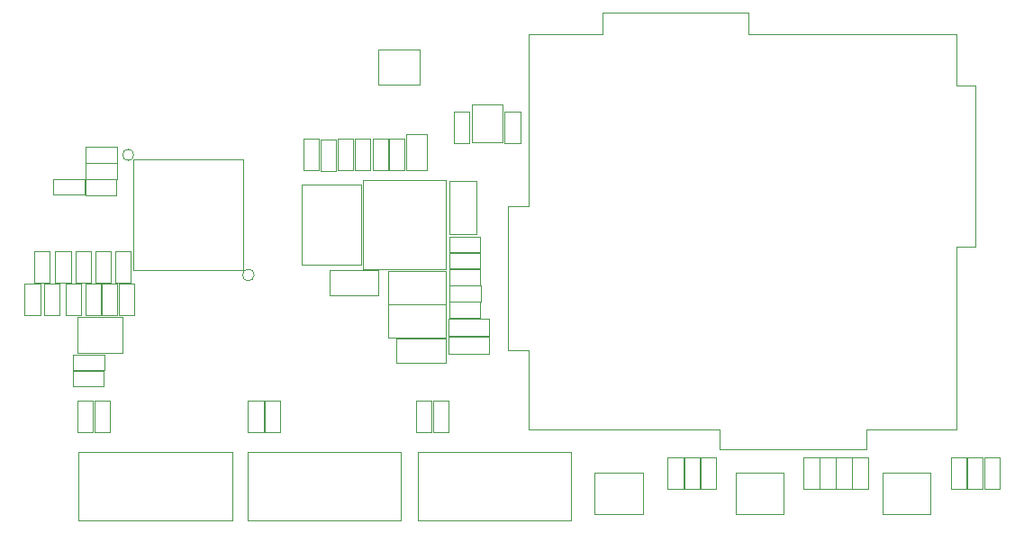
<source format=gbr>
G04 #@! TF.GenerationSoftware,KiCad,Pcbnew,8.0.0-rc1*
G04 #@! TF.CreationDate,2025-03-27T12:12:56+03:00*
G04 #@! TF.ProjectId,GSM_CT_V1.0,47534d5f-4354-45f5-9631-2e302e6b6963,rev?*
G04 #@! TF.SameCoordinates,Original*
G04 #@! TF.FileFunction,Other,User*
%FSLAX46Y46*%
G04 Gerber Fmt 4.6, Leading zero omitted, Abs format (unit mm)*
G04 Created by KiCad (PCBNEW 8.0.0-rc1) date 2025-03-27 12:12:56*
%MOMM*%
%LPD*%
G01*
G04 APERTURE LIST*
%ADD10C,0.050000*%
G04 APERTURE END LIST*
D10*
X102785000Y-97610000D02*
X105745000Y-97610000D01*
X102785000Y-99070000D02*
X102785000Y-97610000D01*
X105745000Y-97610000D02*
X105745000Y-99070000D01*
X105745000Y-99070000D02*
X102785000Y-99070000D01*
X137650000Y-113732500D02*
X139110000Y-113732500D01*
X137650000Y-116692500D02*
X137650000Y-113732500D01*
X139110000Y-113732500D02*
X139110000Y-116692500D01*
X139110000Y-116692500D02*
X137650000Y-116692500D01*
X99835000Y-113250000D02*
X99835000Y-119650000D01*
X99835000Y-119650000D02*
X114285000Y-119650000D01*
X114285000Y-113250000D02*
X99835000Y-113250000D01*
X114285000Y-119650000D02*
X114285000Y-113250000D01*
X67935000Y-113250000D02*
X67935000Y-119650000D01*
X67935000Y-119650000D02*
X82385000Y-119650000D01*
X82385000Y-113250000D02*
X67935000Y-113250000D01*
X82385000Y-119650000D02*
X82385000Y-113250000D01*
X102780000Y-96090000D02*
X105740000Y-96090000D01*
X102780000Y-97550000D02*
X102780000Y-96090000D01*
X105740000Y-96090000D02*
X105740000Y-97550000D01*
X105740000Y-97550000D02*
X102780000Y-97550000D01*
X66710000Y-97430000D02*
X68170000Y-97430000D01*
X66710000Y-100390000D02*
X66710000Y-97430000D01*
X68170000Y-97430000D02*
X68170000Y-100390000D01*
X68170000Y-100390000D02*
X66710000Y-100390000D01*
X67400000Y-104080000D02*
X70360000Y-104080000D01*
X67400000Y-105540000D02*
X67400000Y-104080000D01*
X70360000Y-104080000D02*
X70360000Y-105540000D01*
X70360000Y-105540000D02*
X67400000Y-105540000D01*
X67390000Y-105590000D02*
X70350000Y-105590000D01*
X67390000Y-107050000D02*
X67390000Y-105590000D01*
X70350000Y-105590000D02*
X70350000Y-107050000D01*
X70350000Y-107050000D02*
X67390000Y-107050000D01*
X99995980Y-75430000D02*
X96095980Y-75430000D01*
X96095980Y-78680000D01*
X99995980Y-78680000D01*
X99995980Y-75430000D01*
X94657500Y-87687500D02*
X94657500Y-96087500D01*
X94657500Y-96087500D02*
X102457500Y-96087500D01*
X102457500Y-87687500D02*
X94657500Y-87687500D01*
X102457500Y-96087500D02*
X102457500Y-87687500D01*
X105387500Y-87762500D02*
X102787500Y-87762500D01*
X102787500Y-92802500D01*
X105387500Y-92802500D01*
X105387500Y-87762500D01*
X65530000Y-87600000D02*
X68490000Y-87600000D01*
X65530000Y-89060000D02*
X65530000Y-87600000D01*
X68490000Y-87600000D02*
X68490000Y-89060000D01*
X68490000Y-89060000D02*
X65530000Y-89060000D01*
X106550000Y-102430000D02*
X102750000Y-102430000D01*
X102750000Y-104030000D01*
X106550000Y-104030000D01*
X106550000Y-102430000D01*
X73070000Y-96160000D02*
X83470000Y-96160000D01*
X83470000Y-85760000D01*
X73070000Y-85760000D01*
X73070000Y-96160000D01*
X83815000Y-113250000D02*
X83815000Y-119650000D01*
X83815000Y-119650000D02*
X98265000Y-119650000D01*
X98265000Y-113250000D02*
X83815000Y-113250000D01*
X98265000Y-119650000D02*
X98265000Y-113250000D01*
X68595000Y-84580000D02*
X71555000Y-84580000D01*
X68595000Y-86040000D02*
X68595000Y-84580000D01*
X71555000Y-84580000D02*
X71555000Y-86040000D01*
X71555000Y-86040000D02*
X68595000Y-86040000D01*
X149985000Y-113750000D02*
X151445000Y-113750000D01*
X149985000Y-116710000D02*
X149985000Y-113750000D01*
X151445000Y-113750000D02*
X151445000Y-116710000D01*
X151445000Y-116710000D02*
X149985000Y-116710000D01*
X67650000Y-94395000D02*
X69110000Y-94395000D01*
X67650000Y-97355000D02*
X67650000Y-94395000D01*
X69110000Y-94395000D02*
X69110000Y-97355000D01*
X69110000Y-97355000D02*
X67650000Y-97355000D01*
X98777500Y-83392500D02*
X100677500Y-83392500D01*
X98777500Y-86752500D02*
X98777500Y-83392500D01*
X100677500Y-83392500D02*
X100677500Y-86752500D01*
X100677500Y-86752500D02*
X98777500Y-86752500D01*
X67860000Y-100530000D02*
X67860000Y-103930000D01*
X67860000Y-103930000D02*
X72060000Y-103930000D01*
X72060000Y-100530000D02*
X67860000Y-100530000D01*
X72060000Y-103930000D02*
X72060000Y-100530000D01*
X84470000Y-96610000D02*
G75*
G02*
X83370000Y-96610000I-550000J0D01*
G01*
X83370000Y-96610000D02*
G75*
G02*
X84470000Y-96610000I550000J0D01*
G01*
X104945763Y-84136960D02*
X107785763Y-84136960D01*
X107785763Y-80526960D01*
X104945763Y-80526960D01*
X104945763Y-84136960D01*
X69560000Y-94395000D02*
X71020000Y-94395000D01*
X69560000Y-97355000D02*
X69560000Y-94395000D01*
X71020000Y-94395000D02*
X71020000Y-97355000D01*
X71020000Y-97355000D02*
X69560000Y-97355000D01*
X95602500Y-83747500D02*
X97062500Y-83747500D01*
X95602500Y-86707500D02*
X95602500Y-83747500D01*
X97062500Y-83747500D02*
X97062500Y-86707500D01*
X97062500Y-86707500D02*
X95602500Y-86707500D01*
X71710000Y-97440000D02*
X73170000Y-97440000D01*
X71710000Y-100400000D02*
X71710000Y-97440000D01*
X73170000Y-97440000D02*
X73170000Y-100400000D01*
X73170000Y-100400000D02*
X71710000Y-100400000D01*
X140700000Y-113735000D02*
X142160000Y-113735000D01*
X140700000Y-116695000D02*
X140700000Y-113735000D01*
X142160000Y-113735000D02*
X142160000Y-116695000D01*
X142160000Y-116695000D02*
X140700000Y-116695000D01*
X106550000Y-100730000D02*
X102750000Y-100730000D01*
X102750000Y-102330000D01*
X106550000Y-102330000D01*
X106550000Y-100730000D01*
X151520000Y-113730000D02*
X152980000Y-113730000D01*
X151520000Y-116690000D02*
X151520000Y-113730000D01*
X152980000Y-113730000D02*
X152980000Y-116690000D01*
X152980000Y-116690000D02*
X151520000Y-116690000D01*
X67870000Y-108412500D02*
X69330000Y-108412500D01*
X67870000Y-111372500D02*
X67870000Y-108412500D01*
X69330000Y-108412500D02*
X69330000Y-111372500D01*
X69330000Y-111372500D02*
X67870000Y-111372500D01*
X97850000Y-102610000D02*
X102450000Y-102610000D01*
X97850000Y-104910000D02*
X97850000Y-102610000D01*
X102450000Y-102610000D02*
X102450000Y-104910000D01*
X102450000Y-104910000D02*
X97850000Y-104910000D01*
X97167500Y-83772500D02*
X98627500Y-83772500D01*
X97167500Y-86732500D02*
X97167500Y-83772500D01*
X98627500Y-83772500D02*
X98627500Y-86732500D01*
X98627500Y-86732500D02*
X97167500Y-86732500D01*
X73150000Y-85310000D02*
G75*
G02*
X72090000Y-85310000I-530000J0D01*
G01*
X72090000Y-85310000D02*
G75*
G02*
X73150000Y-85310000I530000J0D01*
G01*
X103210000Y-81240000D02*
X104670000Y-81240000D01*
X103210000Y-84200000D02*
X103210000Y-81240000D01*
X104670000Y-81240000D02*
X104670000Y-84200000D01*
X104670000Y-84200000D02*
X103210000Y-84200000D01*
X68580000Y-97435000D02*
X70040000Y-97435000D01*
X68580000Y-100395000D02*
X68580000Y-97435000D01*
X70040000Y-97435000D02*
X70040000Y-100395000D01*
X70040000Y-100395000D02*
X68580000Y-100395000D01*
X93902500Y-83777500D02*
X95362500Y-83777500D01*
X93902500Y-86737500D02*
X93902500Y-83777500D01*
X95362500Y-83777500D02*
X95362500Y-86737500D01*
X95362500Y-86737500D02*
X93902500Y-86737500D01*
X68575000Y-87620000D02*
X71535000Y-87620000D01*
X68575000Y-89080000D02*
X68575000Y-87620000D01*
X71535000Y-87620000D02*
X71535000Y-89080000D01*
X71535000Y-89080000D02*
X68575000Y-89080000D01*
X123340000Y-113740000D02*
X124800000Y-113740000D01*
X123340000Y-116700000D02*
X123340000Y-113740000D01*
X124800000Y-113740000D02*
X124800000Y-116700000D01*
X124800000Y-116700000D02*
X123340000Y-116700000D01*
X70140000Y-97450000D02*
X71600000Y-97450000D01*
X70140000Y-100410000D02*
X70140000Y-97450000D01*
X71600000Y-97450000D02*
X71600000Y-100410000D01*
X71600000Y-100410000D02*
X70140000Y-100410000D01*
X91525000Y-96180000D02*
X96125000Y-96180000D01*
X91525000Y-98480000D02*
X91525000Y-96180000D01*
X96125000Y-96180000D02*
X96125000Y-98480000D01*
X96125000Y-98480000D02*
X91525000Y-98480000D01*
X139170000Y-113730000D02*
X140630000Y-113730000D01*
X139170000Y-116690000D02*
X139170000Y-113730000D01*
X140630000Y-113730000D02*
X140630000Y-116690000D01*
X140630000Y-116690000D02*
X139170000Y-116690000D01*
X124880000Y-113735000D02*
X126340000Y-113735000D01*
X124880000Y-116695000D02*
X124880000Y-113735000D01*
X126340000Y-113735000D02*
X126340000Y-116695000D01*
X126340000Y-116695000D02*
X124880000Y-116695000D01*
X65770000Y-94385000D02*
X67230000Y-94385000D01*
X65770000Y-97345000D02*
X65770000Y-94385000D01*
X67230000Y-94385000D02*
X67230000Y-97345000D01*
X67230000Y-97345000D02*
X65770000Y-97345000D01*
X97080000Y-96220000D02*
X102450000Y-96220000D01*
X97080000Y-99330000D02*
X97080000Y-96220000D01*
X102450000Y-96220000D02*
X102450000Y-99330000D01*
X102450000Y-99330000D02*
X97080000Y-99330000D01*
X102780000Y-99150000D02*
X105740000Y-99150000D01*
X102780000Y-100610000D02*
X102780000Y-99150000D01*
X105740000Y-99150000D02*
X105740000Y-100610000D01*
X105740000Y-100610000D02*
X102780000Y-100610000D01*
X62890000Y-97435000D02*
X64350000Y-97435000D01*
X62890000Y-100395000D02*
X62890000Y-97435000D01*
X64350000Y-97435000D02*
X64350000Y-100395000D01*
X64350000Y-100395000D02*
X62890000Y-100395000D01*
X99690000Y-108410000D02*
X101150000Y-108410000D01*
X99690000Y-111370000D02*
X99690000Y-108410000D01*
X101150000Y-108410000D02*
X101150000Y-111370000D01*
X101150000Y-111370000D02*
X99690000Y-111370000D01*
X89082500Y-83817500D02*
X90542500Y-83817500D01*
X89082500Y-86777500D02*
X89082500Y-83817500D01*
X90542500Y-83817500D02*
X90542500Y-86777500D01*
X90542500Y-86777500D02*
X89082500Y-86777500D01*
X68585000Y-86100000D02*
X71545000Y-86100000D01*
X68585000Y-87560000D02*
X68585000Y-86100000D01*
X71545000Y-86100000D02*
X71545000Y-87560000D01*
X71545000Y-87560000D02*
X68585000Y-87560000D01*
X108310000Y-90130000D02*
X110270000Y-90130000D01*
X108310000Y-103700000D02*
X108310000Y-90130000D01*
X110260000Y-103700000D02*
X108310000Y-103700000D01*
X110260000Y-111140000D02*
X110260000Y-103700000D01*
X110270000Y-73950000D02*
X117180000Y-73950000D01*
X110270000Y-90130000D02*
X110270000Y-73950000D01*
X117180000Y-71910000D02*
X130890000Y-71910000D01*
X117180000Y-73950000D02*
X117180000Y-71910000D01*
X128230000Y-111140000D02*
X110260000Y-111140000D01*
X128230000Y-112960000D02*
X128230000Y-111140000D01*
X130890000Y-71910000D02*
X130890000Y-73960000D01*
X130890000Y-73960000D02*
X150450000Y-73960000D01*
X141980000Y-111160000D02*
X141980000Y-112960000D01*
X141980000Y-112960000D02*
X128230000Y-112960000D01*
X150450000Y-73960000D02*
X150450000Y-78790000D01*
X150450000Y-78790000D02*
X152250000Y-78790000D01*
X150520000Y-93980000D02*
X150520000Y-94070000D01*
X150520000Y-94070000D02*
X150520000Y-111160000D01*
X150520000Y-111160000D02*
X141980000Y-111160000D01*
X152250000Y-78790000D02*
X152250000Y-93980000D01*
X152250000Y-93980000D02*
X150520000Y-93980000D01*
X126430000Y-113745000D02*
X127890000Y-113745000D01*
X126430000Y-116705000D02*
X126430000Y-113745000D01*
X127890000Y-113745000D02*
X127890000Y-116705000D01*
X127890000Y-116705000D02*
X126430000Y-116705000D01*
X129710000Y-119075000D02*
X134260000Y-119075000D01*
X134260000Y-115175000D01*
X129710000Y-115175000D01*
X129710000Y-119075000D01*
X143520000Y-119075000D02*
X148070000Y-119075000D01*
X148070000Y-115175000D01*
X143520000Y-115175000D01*
X143520000Y-119075000D01*
X63770000Y-94395000D02*
X65230000Y-94395000D01*
X63770000Y-97355000D02*
X63770000Y-94395000D01*
X65230000Y-94395000D02*
X65230000Y-97355000D01*
X65230000Y-97355000D02*
X63770000Y-97355000D01*
X108020000Y-81250000D02*
X109480000Y-81250000D01*
X108020000Y-84210000D02*
X108020000Y-81250000D01*
X109480000Y-81250000D02*
X109480000Y-84210000D01*
X109480000Y-84210000D02*
X108020000Y-84210000D01*
X116440000Y-119075000D02*
X120990000Y-119075000D01*
X120990000Y-115175000D01*
X116440000Y-115175000D01*
X116440000Y-119075000D01*
X153105000Y-113745000D02*
X154565000Y-113745000D01*
X153105000Y-116705000D02*
X153105000Y-113745000D01*
X154565000Y-113745000D02*
X154565000Y-116705000D01*
X154565000Y-116705000D02*
X153105000Y-116705000D01*
X83880000Y-108410000D02*
X85340000Y-108410000D01*
X83880000Y-111370000D02*
X83880000Y-108410000D01*
X85340000Y-108410000D02*
X85340000Y-111370000D01*
X85340000Y-111370000D02*
X83880000Y-111370000D01*
X71370000Y-94360000D02*
X72870000Y-94360000D01*
X71370000Y-97360000D02*
X71370000Y-94360000D01*
X72870000Y-94360000D02*
X72870000Y-97360000D01*
X72870000Y-97360000D02*
X71370000Y-97360000D01*
X136130000Y-113735000D02*
X137590000Y-113735000D01*
X136130000Y-116695000D02*
X136130000Y-113735000D01*
X137590000Y-113735000D02*
X137590000Y-116695000D01*
X137590000Y-116695000D02*
X136130000Y-116695000D01*
X94547500Y-88137500D02*
X88917500Y-88137500D01*
X88917500Y-95647500D01*
X94547500Y-95647500D01*
X94547500Y-88137500D01*
X97085000Y-99395000D02*
X102455000Y-99395000D01*
X97085000Y-102505000D02*
X97085000Y-99395000D01*
X102455000Y-99395000D02*
X102455000Y-102505000D01*
X102455000Y-102505000D02*
X97085000Y-102505000D01*
X64740000Y-97425000D02*
X66200000Y-97425000D01*
X64740000Y-100385000D02*
X64740000Y-97425000D01*
X66200000Y-97425000D02*
X66200000Y-100385000D01*
X66200000Y-100385000D02*
X64740000Y-100385000D01*
X85477500Y-108442500D02*
X86937500Y-108442500D01*
X85477500Y-111402500D02*
X85477500Y-108442500D01*
X86937500Y-108442500D02*
X86937500Y-111402500D01*
X86937500Y-111402500D02*
X85477500Y-111402500D01*
X69470000Y-108442500D02*
X70930000Y-108442500D01*
X69470000Y-111402500D02*
X69470000Y-108442500D01*
X70930000Y-108442500D02*
X70930000Y-111402500D01*
X70930000Y-111402500D02*
X69470000Y-111402500D01*
X102780000Y-93015000D02*
X105740000Y-93015000D01*
X102780000Y-94475000D02*
X102780000Y-93015000D01*
X105740000Y-93015000D02*
X105740000Y-94475000D01*
X105740000Y-94475000D02*
X102780000Y-94475000D01*
X102780000Y-94560000D02*
X105740000Y-94560000D01*
X102780000Y-96020000D02*
X102780000Y-94560000D01*
X105740000Y-94560000D02*
X105740000Y-96020000D01*
X105740000Y-96020000D02*
X102780000Y-96020000D01*
X90712500Y-83837500D02*
X92172500Y-83837500D01*
X90712500Y-86797500D02*
X90712500Y-83837500D01*
X92172500Y-83837500D02*
X92172500Y-86797500D01*
X92172500Y-86797500D02*
X90712500Y-86797500D01*
X101290000Y-108442500D02*
X102750000Y-108442500D01*
X101290000Y-111402500D02*
X101290000Y-108442500D01*
X102750000Y-108442500D02*
X102750000Y-111402500D01*
X102750000Y-111402500D02*
X101290000Y-111402500D01*
X92332500Y-83807500D02*
X93792500Y-83807500D01*
X92332500Y-86767500D02*
X92332500Y-83807500D01*
X93792500Y-83807500D02*
X93792500Y-86767500D01*
X93792500Y-86767500D02*
X92332500Y-86767500D01*
M02*

</source>
